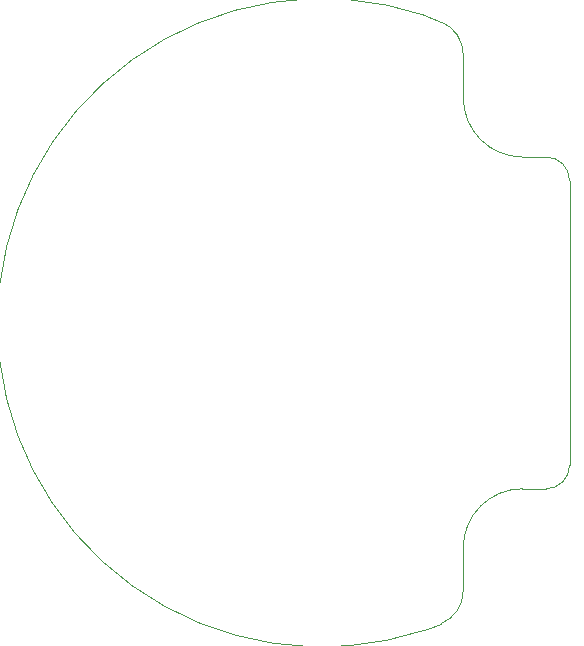
<source format=gm1>
G04 #@! TF.GenerationSoftware,KiCad,Pcbnew,7.0.8-7.0.8~ubuntu22.04.1*
G04 #@! TF.CreationDate,2023-10-24T23:53:50-07:00*
G04 #@! TF.ProjectId,tentacle-board,74656e74-6163-46c6-952d-626f6172642e,REV1*
G04 #@! TF.SameCoordinates,Original*
G04 #@! TF.FileFunction,Profile,NP*
%FSLAX46Y46*%
G04 Gerber Fmt 4.6, Leading zero omitted, Abs format (unit mm)*
G04 Created by KiCad (PCBNEW 7.0.8-7.0.8~ubuntu22.04.1) date 2023-10-24 23:53:50*
%MOMM*%
%LPD*%
G01*
G04 APERTURE LIST*
G04 #@! TA.AperFunction,Profile*
%ADD10C,0.050000*%
G04 #@! TD*
G04 APERTURE END LIST*
D10*
X130740000Y-74650000D02*
X130740000Y-70992573D01*
X130730196Y-112745497D02*
X130730196Y-116386404D01*
X128828786Y-119178010D02*
G75*
G03*
X130730196Y-116386404I-1098586J2791610D01*
G01*
X139740000Y-105747751D02*
X139740000Y-81650000D01*
X137740000Y-79650000D02*
X135740000Y-79650000D01*
X128828788Y-119178015D02*
X127432500Y-119727501D01*
X135735815Y-107745499D02*
G75*
G03*
X130730196Y-112745497I-5615J-5000001D01*
G01*
X127440000Y-67650000D02*
G75*
G03*
X127432500Y-119727501I-8687500J-26037500D01*
G01*
X130739932Y-70992573D02*
G75*
G03*
X128839574Y-68201348I-2999932J73D01*
G01*
X128839574Y-68201348D02*
X127440000Y-67650000D01*
X130740000Y-74650000D02*
G75*
G03*
X135740000Y-79650000I5000000J0D01*
G01*
X139740000Y-81650000D02*
G75*
G03*
X137740000Y-79650000I-2000000J0D01*
G01*
X137737752Y-107747699D02*
G75*
G03*
X139740000Y-105747751I2348J1999899D01*
G01*
X137737752Y-107747750D02*
X135735815Y-107745500D01*
M02*

</source>
